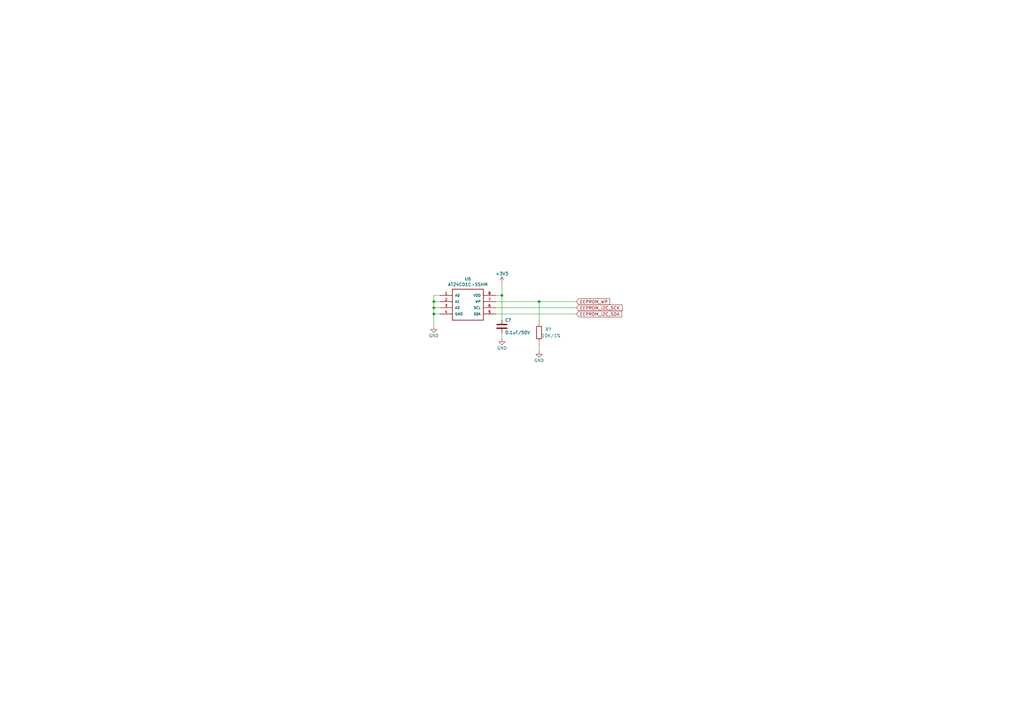
<source format=kicad_sch>
(kicad_sch (version 20230121) (generator eeschema)
  (paper "A3")
  (title_block (title "ПИР СЦХ-254 \"Карно\"\n(Karnix ASB-254)") (date "2024-02-01") (rev "V1.2") (company "ООО \"Фабмикро\"") (comment 1 "ФМТД.466961.029 Э3") (comment 2 "Залата Р.Н."))
  (lib_symbols
    (symbol "Fabmicro:+3V3" (power) (pin_names (offset 0))
      (property "Value" "+3V3" (at 0 3.556 0))
      (symbol "+3V3_0_1"
        (polyline (pts (xy -0.762 1.27) (xy 0 2.54)))
        (polyline (pts (xy 0 0) (xy 0 2.54)))
        (polyline (pts (xy 0 2.54) (xy 0.762 1.27)))
      )
      (symbol "+3V3_1_1"
        (pin power_in line (at 0 0 90) (length 0) hide (name "+3V3") (number "1"))
      )
    )
    (symbol "Fabmicro:AT24C01" (pin_names (offset 1.016))
      (property "Reference" "IC" (at 0 2.54 0))
      (property "Value" "AT24C01" (at 5.08 2.54 0))
      (symbol "AT24C01_1_0"
        (polyline (pts (xy 0 -12.7) (xy 0 0)) (stroke (width 0.254)))
        (polyline (pts (xy 0 0) (xy 12.7 0)) (stroke (width 0.254)))
        (polyline (pts (xy 12.7 -12.7) (xy 0 -12.7)) (stroke (width 0.254)))
        (polyline (pts (xy 12.7 0) (xy 12.7 -12.7)) (stroke (width 0.254)))
      )
      (symbol "AT24C01_1_1"
        (pin input line (at -5.08 -2.54 0) (length 5.08) (name "A0") (number "1"))
        (pin input line (at -5.08 -5.08 0) (length 5.08) (name "A1") (number "2"))
        (pin input line (at -5.08 -7.62 0) (length 5.08) (name "A2") (number "3"))
        (pin power_in line (at -5.08 -10.16 0) (length 5.08) (name "GND") (number "4"))
        (pin bidirectional line (at 17.78 -10.16 180) (length 5.08) (name "SDA") (number "5"))
        (pin input line (at 17.78 -7.62 180) (length 5.08) (name "SCL") (number "6"))
        (pin input line (at 17.78 -5.08 180) (length 5.08) (name "WP") (number "7"))
        (pin power_in line (at 17.78 -2.54 180) (length 5.08) (name "VDD") (number "8"))
      )
    )
    (symbol "Fabmicro:CapacitorUnpolarized" (pin_numbers hide) (pin_names (offset 0.254))
      (property "Reference" "C" (at -2.54 0.635 90))
      (property "Value" "CapacitorUnpolarized" (at 2.54 0.635 90))
      (symbol "CapacitorUnpolarized_0_1"
        (polyline (pts (xy -0.762 -2.032) (xy -0.762 2.032)) (stroke (width 0.508)))
        (polyline (pts (xy 0.762 -2.032) (xy 0.762 2.032)) (stroke (width 0.508)))
      )
      (symbol "CapacitorUnpolarized_1_1"
        (pin passive line (at -2.54 0 0) (length 1.524) (name "~") (number "1"))
        (pin passive line (at 2.54 0 180) (length 1.524) (name "~") (number "2"))
      )
    )
    (symbol "Fabmicro:Resistor" (pin_numbers hide) (pin_names (offset 0))
      (property "Reference" "R" (at 0 2.032 0))
      (property "Value" "Resistor" (at 0 0 0))
      (symbol "Resistor_0_1"
        (rectangle (start 2.54 -1.016) (end -2.54 1.016) (stroke (width 0.254)))
      )
      (symbol "Resistor_1_1"
        (pin passive line (at -5.08 0 0) (length 2.54) (name "~") (number "1"))
        (pin passive line (at 5.08 0 180) (length 2.54) (name "~") (number "2"))
      )
    )
    (symbol "power:GND" (power) (pin_names (offset 0))
      (property "Value" "GND" (at 0 -3.81 0))
      (symbol "GND_0_1"
        (polyline (pts (xy 0 0) (xy 0 -1.27) (xy 1.27 -1.27) (xy 0 -2.54) (xy -1.27 -1.27) (xy 0 -1.27)))
      )
      (symbol "GND_1_1"
        (pin power_in line (at 0 0 270) (length 0) hide (name "GND") (number "1"))
      )
    )
  )
  (junction (at 205.867 121.158))
  (junction (at 177.927 128.778))
  (junction (at 177.927 126.238))
  (junction (at 177.927 123.698))
  (junction (at 221.107 123.698))
  (wire (pts (xy 205.867 136.398) (xy 205.867 138.938)))
  (wire (pts (xy 177.927 128.778) (xy 177.927 133.858)))
  (wire (pts (xy 180.467 123.698) (xy 177.927 123.698)))
  (wire (pts (xy 221.107 131.318) (xy 221.107 123.698)))
  (wire (pts (xy 221.107 123.698) (xy 236.347 123.698)))
  (wire (pts (xy 180.467 121.158) (xy 177.927 121.158)))
  (wire (pts (xy 177.927 121.158) (xy 177.927 123.698)))
  (wire (pts (xy 177.927 123.698) (xy 177.927 126.238)))
  (wire (pts (xy 177.927 126.238) (xy 177.927 128.778)))
  (wire (pts (xy 205.867 116.078) (xy 205.867 121.158)))
  (wire (pts (xy 203.327 123.698) (xy 221.107 123.698)))
  (wire (pts (xy 203.327 126.238) (xy 236.347 126.238)))
  (wire (pts (xy 203.327 128.778) (xy 236.347 128.778)))
  (wire (pts (xy 180.467 126.238) (xy 177.927 126.238)))
  (wire (pts (xy 205.867 131.318) (xy 205.867 121.158)))
  (wire (pts (xy 203.327 121.158) (xy 205.867 121.158)))
  (wire (pts (xy 180.467 128.778) (xy 177.927 128.778)))
  (wire (pts (xy 221.107 144.018) (xy 221.107 141.478)))
  (global_label "EEPROM_I2C_SCK" (shape input) (at 236.347 126.238 0) (property "Intersheetrefs" "${INTERSHEET_REFS}" (effects hide)))
  (global_label "EEPROM_WP" (shape input) (at 236.347 123.698 0) (property "Intersheetrefs" "${INTERSHEET_REFS}" (effects hide)))
  (global_label "EEPROM_I2C_SDA" (shape input) (at 236.347 128.778 0) (property "Intersheetrefs" "${INTERSHEET_REFS}" (effects hide)))
  (symbol (lib_id "power:GND") (at 205.867 138.938 0) (mirror y) (unit 1)
    (property "Reference" "#PWR?" (effects hide))
    (property "Value" "GND" (at 205.867 142.748 0))
    (instances (project "Karnix_ASB" (path "" (reference "#PWR?") (unit 1)) (path "" (reference "#PWR094") (unit 1)) (path "" (reference "#PWR019") (unit 1))))
  )
  (symbol (lib_id "power:GND") (at 177.927 133.858 0) (mirror y) (unit 1)
    (property "Reference" "#PWR?" (effects hide))
    (property "Value" "GND" (at 177.927 137.668 0))
    (instances (project "Karnix_ASB" (path "" (reference "#PWR?") (unit 1)) (path "" (reference "#PWR093") (unit 1)) (path "" (reference "#PWR012") (unit 1))))
  )
  (symbol (lib_id "Fabmicro:AT24C01") (at 185.547 118.618 0) (unit 1)
    (property "Reference" "U6" (at 191.897 114.3762 0))
    (property "Value" "AT24C01C-SSHM" (at 191.897 116.6876 0))
    (property "Footprint" "Fabmicro:SOIC-8_3.9x4.9mm_P1.27mm" (effects hide))
    (property "Manufacturer" "ATMEL" (effects hide))
    (property "Mfr. Part Number" "AT24C01C-SSHM" (effects hide))
  )
  (symbol (lib_id "power:GND") (at 221.107 144.018 0) (mirror y) (unit 1)
    (property "Reference" "#PWR?" (effects hide))
    (property "Value" "GND" (at 221.107 147.828 0))
    (instances (project "Karnix_ASB" (path "" (reference "#PWR?") (unit 1)) (path "" (reference "#PWR095") (unit 1)) (path "" (reference "#PWR090") (unit 1))))
  )
  (symbol (lib_id "Fabmicro:+3V3") (at 205.867 116.078 0) (unit 1)
    (property "Reference" "#PWR?" (effects hide))
    (property "Value" "+3V3" (at 205.867 112.268 0))
    (instances (project "Karnix_ASB" (path "" (reference "#PWR?") (unit 1)) (path "" (reference "#PWR090") (unit 1)) (path "" (reference "#PWR011") (unit 1))))
  )
  (symbol (lib_id "Fabmicro:CapacitorUnpolarized") (at 205.867 133.858 270) (unit 1)
    (property "Reference" "C?" (at 207.137 131.318 90) (effects (justify left)))
    (property "Value" "0.1uF/50V" (at 207.137 136.398 90) (effects (justify left)))
    (property "Footprint" "Capacitor_SMD:C_0402_1005Metric" (effects hide))
    (property "Mfr. Part Number" "CC0402KRX7R9BB104" (effects hide))
    (property "Supplier" "Fabmicro" (effects hide))
    (instances (project "Karnix_ASB" (path "" (reference "C?") (unit 1)) (path "" (reference "C38") (unit 1)) (path "" (reference "C38") (unit 1))))
  )
  (symbol (lib_id "Fabmicro:Resistor") (at 221.107 136.398 90) (mirror x) (unit 1)
    (property "Reference" "R?" (at 226.187 135.128 90) (effects (justify left)))
    (property "Value" "10K/1%" (at 229.997 137.668 90) (effects (justify left)))
    (property "Footprint" "Fabmicro:R_0402_1005Metric" (effects hide))
    (property "Mfr. Part Number" "RC0402FR-0710KL" (effects hide))
    (instances (project "Karnix_ASB" (path "" (reference "R?") (unit 1)) (path "" (reference "R56") (unit 1)) (path "" (reference "R56") (unit 1))))
  )
)
</source>
